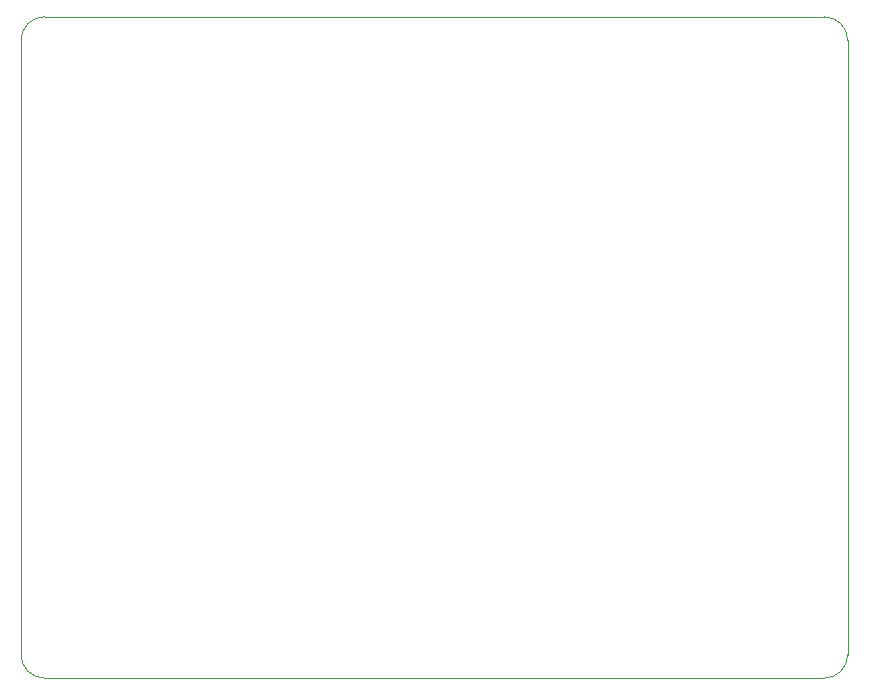
<source format=gbr>
%TF.GenerationSoftware,KiCad,Pcbnew,9.0.0*%
%TF.CreationDate,2025-03-14T06:19:52-06:00*%
%TF.ProjectId,weather_baloon,77656174-6865-4725-9f62-616c6f6f6e2e,rev?*%
%TF.SameCoordinates,Original*%
%TF.FileFunction,Profile,NP*%
%FSLAX46Y46*%
G04 Gerber Fmt 4.6, Leading zero omitted, Abs format (unit mm)*
G04 Created by KiCad (PCBNEW 9.0.0) date 2025-03-14 06:19:52*
%MOMM*%
%LPD*%
G01*
G04 APERTURE LIST*
%TA.AperFunction,Profile*%
%ADD10C,0.050000*%
%TD*%
G04 APERTURE END LIST*
D10*
X167000000Y-62000000D02*
G75*
G02*
X169000000Y-60000000I2000000J0D01*
G01*
X235000000Y-60000000D02*
X169000000Y-60000000D01*
X169000000Y-116000000D02*
G75*
G02*
X167000000Y-114000000I0J2000000D01*
G01*
X167000000Y-62000000D02*
X167000000Y-114000000D01*
X237000000Y-114000000D02*
G75*
G02*
X235000000Y-116000000I-2000000J0D01*
G01*
X235000000Y-60000000D02*
G75*
G02*
X237000000Y-62000000I0J-2000000D01*
G01*
X237000000Y-114000000D02*
X237000000Y-62000000D01*
X169000000Y-116000000D02*
X235000000Y-116000000D01*
M02*

</source>
